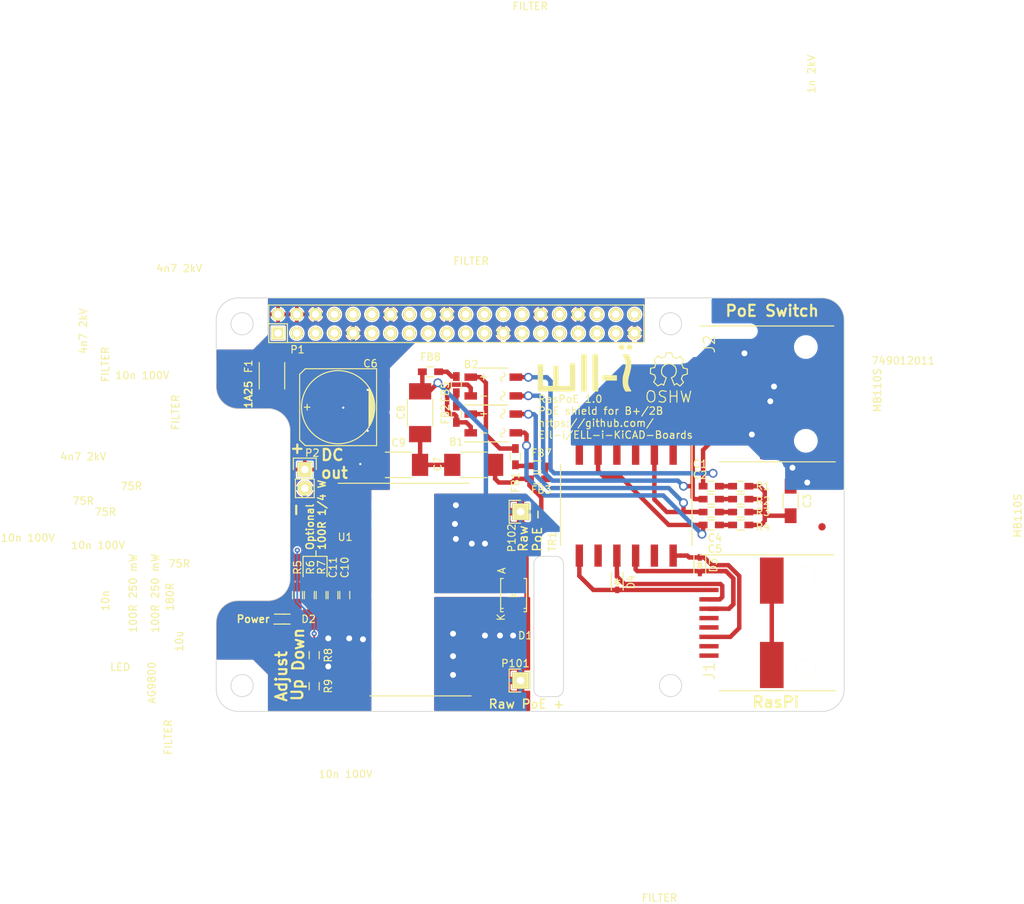
<source format=kicad_pcb>
(kicad_pcb (version 20221018) (generator pcbnew)
  (layers (0 "F.Cu" signal) (31 "B.Cu" signal) (34 "B.Paste" user) (35 "F.Paste" user) (36 "B.SilkS" user "B.Silkscreen") (37 "F.SilkS" user "F.Silkscreen") (38 "B.Mask" user) (39 "F.Mask" user) (44 "Edge.Cuts" user))
  (net 0 "")
  (net 1 "GNDD")
  (net 2 "/POE_A-")
  (net 3 "/VIN")
  (net 4 "/POE_A+")
  (net 5 "/POE_B-")
  (net 6 "Net-(C1-Pad2)")
  (net 7 "/POE_B+")
  (net 8 "Net-(C2-Pad2)")
  (net 9 "Net-(C3-Pad1)")
  (net 10 "GNDA")
  (net 11 "Net-(C4-Pad2)")
  (net 12 "Net-(C5-Pad2)")
  (net 13 "+5V")
  (net 14 "GND")
  (net 15 "Net-(J1-Pad4)")
  (net 16 "Net-(J1-Pad5)")
  (net 17 "Net-(J1-Pad7)")
  (net 18 "Net-(J1-Pad8)")
  (net 19 "Net-(P1-Pad3)")
  (net 20 "Net-(P1-Pad5)")
  (net 21 "Net-(P1-Pad7)")
  (net 22 "Net-(P1-Pad8)")
  (net 23 "Net-(P1-Pad10)")
  (net 24 "Net-(P1-Pad11)")
  (net 25 "Net-(P1-Pad12)")
  (net 26 "Net-(P1-Pad13)")
  (net 27 "Net-(P1-Pad15)")
  (net 28 "Net-(P1-Pad16)")
  (net 29 "Net-(P1-Pad18)")
  (net 30 "Net-(P1-Pad19)")
  (net 31 "Net-(P1-Pad21)")
  (net 32 "Net-(P1-Pad22)")
  (net 33 "Net-(P1-Pad23)")
  (net 34 "Net-(P1-Pad24)")
  (net 35 "Net-(P1-Pad26)")
  (net 36 "Net-(P1-Pad27)")
  (net 37 "Net-(P1-Pad28)")
  (net 38 "Net-(P1-Pad29)")
  (net 39 "Net-(P1-Pad31)")
  (net 40 "Net-(P1-Pad32)")
  (net 41 "Net-(P1-Pad33)")
  (net 42 "Net-(P1-Pad35)")
  (net 43 "Net-(P1-Pad36)")
  (net 44 "Net-(P1-Pad37)")
  (net 45 "Net-(P1-Pad38)")
  (net 46 "Net-(P1-Pad40)")
  (net 47 "Net-(C7-Pad2)")
  (net 48 "Net-(D2-Pad1)")
  (net 49 "Net-(FB1-Pad2)")
  (net 50 "Net-(FB2-Pad2)")
  (net 51 "Net-(FB3-Pad2)")
  (net 52 "Net-(FB5-Pad2)")
  (net 53 "Net-(TR1-Pad11)")
  (net 54 "/TD+")
  (net 55 "/TD-")
  (net 56 "/RD+")
  (net 57 "/RD-")
  (net 58 "Net-(J1-Pad9)")
  (net 59 "/TX+")
  (net 60 "/TX-")
  (net 61 "/RX+")
  (net 62 "/RX-")
  (net 63 "/AG_OUT_+")
  (net 64 "/AG_IN_+")
  (net 65 "/AG_IN_-")
  (net 66 "Net-(P1-Pad1)")
  (net 67 "Net-(P1-Pad17)")
  (net 68 "Net-(FID1-Pad1)")
  (net 69 "Net-(FID2-Pad1)")
  (net 70 "Net-(FID3-Pad1)")
  (net 71 "/AG_OUT+")
  (net 72 "/ADJ")
  (footprint "Capacitors_SMD:c_elec_10x10" (layer "F.Cu") (at 51.5 46.8 180)
    (fp_text reference "C6")
    (fp_text value "470u" hide)
  )
  (footprint "Pin_Headers:Pin_Header_Straight_2x20" (layer "F.Cu") (at 67.5 35.5)
    (fp_text reference "P1")
    (fp_text value "CONN_02X20" hide)
  )
  (footprint "Capacitors_SMD:C_1812_HandSoldering" (layer "F.Cu") (at 69.85 54.61 180)
    (fp_text reference "C7")
    (fp_text value "4n7 2kV")
  )
  (footprint "Capacitors_SMD:C_1812_HandSoldering" (layer "F.Cu") (at 62.6 47.55 -90)
    (fp_text reference "C8")
    (fp_text value "4n7 2kV")
  )
  (footprint "Capacitors_SMD:C_1812_HandSoldering" (layer "F.Cu") (at 59.69 54.61)
    (fp_text reference "C9")
    (fp_text value "4n7 2kV")
  )
  (footprint "Diodes_SMD:Diode-SMA_Handsoldering" (layer "F.Cu") (at 75.25 72.25 -90)
    (fp_text reference "D1")
    (fp_text value "SMA58" hide)
  )
  (footprint "Resistors_SMD:R_0603_HandSoldering" (layer "F.Cu") (at 44.5 75.5 180)
    (fp_text reference "D2")
    (fp_text value "LED")
  )
  (footprint "Resistors_SMD:R_0603_HandSoldering" (layer "F.Cu") (at 67.5 47.75 90)
    (fp_text reference "FB2")
    (fp_text value "FILTER")
  )
  (footprint "Resistors_SMD:R_0603_HandSoldering" (layer "F.Cu") (at 78.5 54.75)
    (fp_text reference "FB3")
    (fp_text value "FILTER")
  )
  (footprint "Resistors_SMD:R_0603_HandSoldering" (layer "F.Cu") (at 67.5 43.75 90)
    (fp_text reference "FB5")
    (fp_text value "FILTER")
  )
  (footprint "Resistors_SMD:R_0603_HandSoldering" (layer "F.Cu") (at 78.5 56.5 180)
    (fp_text reference "FB7")
    (fp_text value "FILTER")
  )
  (footprint "Resistors_SMD:R_0603_HandSoldering" (layer "F.Cu") (at 64 42 180)
    (fp_text reference "FB8")
    (fp_text value "FILTER")
  )
  (footprint "Resistors_SMD:R_0603_HandSoldering" (layer "F.Cu") (at 46 72.25 -90)
    (fp_text reference "R5")
    (fp_text value "180R")
  )
  (footprint "Resistors_SMD:R_0603_HandSoldering" (layer "F.Cu") (at 47.6 72.25 -90)
    (fp_text reference "R6")
    (fp_text value "100R 250 mW")
  )
  (footprint "Resistors_SMD:R_0603_HandSoldering" (layer "F.Cu") (at 49.2 72.25 -90)
    (fp_text reference "R7")
    (fp_text value "100R 250 mW")
  )
  (footprint "Resistors_SMD:R_0603_HandSoldering" (layer "F.Cu") (at 106 62.75)
    (fp_text reference "R4")
    (fp_text value "75R")
  )
  (footprint "Resistors_SMD:R_0603_HandSoldering" (layer "F.Cu") (at 106 61)
    (fp_text reference "R3")
    (fp_text value "75R")
  )
  (footprint "project_specific:TO-269AA" (layer "F.Cu") (at 72.5 49 -90)
    (fp_text reference "B1")
    (fp_text value "MB110S")
  )
  (footprint "project_specific:TO-269AA" (layer "F.Cu") (at 72.5 44 -90)
    (fp_text reference "B2")
    (fp_text value "MB110S")
  )
  (footprint "Resistors_SMD:R_0603_HandSoldering" (layer "F.Cu") (at 102 61)
    (fp_text reference "C4")
    (fp_text value "10n 100V")
  )
  (footprint "Resistors_SMD:R_0603_HandSoldering" (layer "F.Cu") (at 102 62.75)
    (fp_text reference "C5")
    (fp_text value "10n 100V")
  )
  (footprint "Resistors_SMD:R_0603_HandSoldering" (layer "F.Cu") (at 52.4 72.25 -90)
    (fp_text reference "C10")
    (fp_text value "10n")
  )
  (footprint "Resistors_SMD:R_0603_HandSoldering" (layer "F.Cu") (at 50.8 72.25 -90)
    (fp_text reference "C11")
    (fp_text value "10u")
  )
  (footprint "project_specific:AG9800" (layer "F.Cu") (at 62.5 71.5 -90)
    (fp_text reference "U1")
    (fp_text value "AG9800")
  )
  (footprint "Capacitors_SMD:C_1206_HandSoldering" (layer "F.Cu") (at 112.75 59.5 90)
    (fp_text reference "C3")
    (fp_text value "1n 2kV")
  )
  (footprint "Pin_Headers:Pin_Header_Straight_1x01" (layer "F.Cu") (at 76.2 83.82 90)
    (fp_text reference "P101")
    (fp_text value "CONN_01X01")
  )
  (footprint "Pin_Headers:Pin_Header_Straight_1x01" (layer "F.Cu") (at 76.2 60.96 90)
    (fp_text reference "P102")
    (fp_text value "CONN_01X01")
  )
  (footprint "logos:ELL-i_large" (layer "F.Cu") (at 85 41.5)
    (fp_text reference "LOGO102" hide)
    (fp_text value "ELL-i" hide)
  )
  (footprint "project_specific:Fiducial_2mm_dia" (layer "F.Cu") (at 38.5 78.5)
    (fp_text reference "FID1" hide)
    (fp_text value "1, 2 mm")
  )
  (footprint "project_specific:Fiducial_2mm_dia" (layer "F.Cu") (at 36.83 41.275)
    (fp_text reference "FID2" hide)
    (fp_text value "1, 2 mm")
  )
  (footprint "project_specific:Fiducial_2mm_dia" (layer "F.Cu") (at 117 63)
    (fp_text reference "FID3" hide)
    (fp_text value "1, 2 mm")
  )
  (footprint "project_specific:RJSSE-5380" (layer "F.Cu") (at 111 76 90)
    (fp_text reference "J1")
    (fp_text value "RJSSE-5080")
  )
  (footprint "project_specific:RJSSE-5380" (layer "F.Cu") (at 111 45 90)
    (fp_text reference "J2")
    (fp_text value "RJSSE-5380")
  )
  (footprint "Resistors_SMD:R_0603_HandSoldering" (layer "F.Cu") (at 106 57.5)
    (fp_text reference "R1")
    (fp_text value "75R")
  )
  (footprint "Resistors_SMD:R_0603_HandSoldering" (layer "F.Cu") (at 102 57.5)
    (fp_text reference "C1")
    (fp_text value "10n 100V")
  )
  (footprint "Resistors_SMD:R_0603_HandSoldering" (layer "F.Cu") (at 106 59.25)
    (fp_text reference "R2")
    (fp_text value "75R")
  )
  (footprint "Resistors_SMD:R_0603_HandSoldering" (layer "F.Cu") (at 102 59.25)
    (fp_text reference "C2")
    (fp_text value "10n 100V")
  )
  (footprint "Resistors_SMD:R_0603_HandSoldering" (layer "F.Cu") (at 75.5 53.5 -90)
    (fp_text reference "FB1")
    (fp_text value "FILTER")
  )
  (footprint "project_specific:WE_749012011" (layer "F.Cu") (at 90.5 60 -90)
    (fp_text reference "TR1")
    (fp_text value "749012011")
  )
  (footprint "Diodes_SMD:SOD-323" (layer "F.Cu") (at 100.457 68.199 -90)
    (fp_text reference "D3")
    (fp_text value "TVS")
  )
  (footprint "Diodes_SMD:SOD-323" (layer "F.Cu") (at 89.281 70.485 -90)
    (fp_text reference "D4")
    (fp_text value "TVS")
  )
  (footprint "Symbols:Symbol_OSHW-Logo_SilkScreen" (layer "F.Cu") (at 96.266 41.91)
    (fp_text reference "LOGO101" hide)
    (fp_text value "OPEN_HARDWARE_1")
  )
  (footprint "Resistors_SMD:R_0603_HandSoldering" (layer "F.Cu") (at 48.26 80.391 -90)
    (fp_text reference "R8")
    (fp_text value "R")
  )
  (footprint "Resistors_SMD:R_0603_HandSoldering" (layer "F.Cu") (at 48.26 84.582 -90)
    (fp_text reference "R9")
    (fp_text value "R")
  )
  (footprint "Capacitors_SMD:C_1812_HandSoldering" (layer "F.Cu") (at 42.545 42.545 90)
    (fp_text reference "F1")
    (fp_text value "FUSE")
  )
  (footprint "Pin_Headers:Pin_Header_Straight_1x02" (layer "F.Cu") (at 46.99 55.245)
    (fp_text reference "P2")
    (fp_text value "CONN_01X02")
  )
  (gr_line (start 44.2 74.825) (end 42.875 74.825) (stroke (width 0.15)) (layer "F.SilkS"))
  (gr_line (start 46.75 69.75) (end 46.75 67) (stroke (width 0.15)) (layer "F.SilkS"))
  (gr_line (start 50 67) (end 46.75 67) (stroke (width 0.15)) (layer "F.SilkS"))
  (gr_line (start 44.5 76.175) (end 42.8 76.175) (stroke (width 0.15)) (layer "F.SilkS"))
  (gr_line (start 48.5 67) (end 48.5 66.25) (stroke (width 0.15)) (layer "F.SilkS"))
  (gr_line (start 50 69.75) (end 50 67) (stroke (width 0.15)) (layer "F.SilkS"))
  (gr_arc (start 81 67) (mid 81.707107 67.292893) (end 82 68) (stroke (width 0.1)) (layer "Edge.Cuts"))
  (gr_arc (start 42 47) (mid 44.12132 47.87868) (end 45 50) (stroke (width 0.1)) (layer "Edge.Cuts"))
  (gr_arc (start 35 76) (mid 35.87868 73.87868) (end 38 73) (stroke (width 0.1)) (layer "Edge.Cuts"))
  (gr_line (start 88 88) (end 72 88) (stroke (width 0.1)) (layer "Edge.Cuts"))
  (gr_line (start 80 86) (end 81 86) (stroke (width 0.1)) (layer "Edge.Cuts"))
  (gr_line (start 81 67) (end 79 67) (stroke (width 0.1)) (layer "Edge.Cuts"))
  (gr_arc (start 82 85) (mid 81.707107 85.707107) (end 81 86) (stroke (width 0.1)) (layer "Edge.Cuts"))
  (gr_arc (start 79 86) (mid 78.292893 85.707107) (end 78 85) (stroke (width 0.1)) (layer "Edge.Cuts"))
  (gr_arc (start 38 47) (mid 35.87868 46.12132) (end 35 44) (stroke (width 0.1)) (layer "Edge.Cuts"))
  (gr_line (start 35 85) (end 35 76) (stroke (width 0.1)) (layer "Edge.Cuts"))
  (gr_arc (start 35 35) (mid 35.87868 32.87868) (end 38 32) (stroke (width 0.1)) (layer "Edge.Cuts"))
  (gr_arc (start 117 32) (mid 119.12132 32.87868) (end 120 35) (stroke (width 0.1)) (layer "Edge.Cuts"))
  (gr_line (start 35 44) (end 35 35) (stroke (width 0.1)) (layer "Edge.Cuts"))
  (gr_line (start 78 85) (end 78 68) (stroke (width 0.1)) (layer "Edge.Cuts"))
  (gr_line (start 117 88) (end 88 88) (stroke (width 0.1)) (layer "Edge.Cuts"))
  (gr_line (start 82 85) (end 82 68) (stroke (width 0.1)) (layer "Edge.Cuts"))
  (gr_line (start 38 32) (end 117 32) (stroke (width 0.1)) (layer "Edge.Cuts"))
  (gr_line (start 120 35) (end 120 85) (stroke (width 0.1)) (layer "Edge.Cuts"))
  (gr_circle (center 96.5 84.5) (end 98 84.5) (stroke (width 0.1)) (fill none) (layer "Edge.Cuts"))
  (gr_arc (start 38 88) (mid 35.87868 87.12132) (end 35 85) (stroke (width 0.1)) (layer "Edge.Cuts"))
  (gr_line (start 38 47) (end 42 47) (stroke (width 0.1)) (layer "Edge.Cuts"))
  (gr_circle (center 96.5 35.5) (end 96.5 34) (stroke (width 0.1)) (fill none) (layer "Edge.Cuts"))
  (gr_circle (center 38.5 35.5) (end 38.5 34) (stroke (width 0.1)) (fill none) (layer "Edge.Cuts"))
  (gr_line (start 80 86) (end 79 86) (stroke (width 0.1)) (layer "Edge.Cuts"))
  (gr_arc (start 45 70) (mid 44.12132 72.12132) (end 42 73) (stroke (width 0.1)) (layer "Edge.Cuts"))
  (gr_line (start 38 73) (end 42 73) (stroke (width 0.1)) (layer "Edge.Cuts"))
  (gr_arc (start 120 85) (mid 119.12132 87.12132) (end 117 88) (stroke (width 0.1)) (layer "Edge.Cuts"))
  (gr_arc (start 78 68) (mid 78.292893 67.292893) (end 79 67) (stroke (width 0.1)) (layer "Edge.Cuts"))
  (gr_line (start 45 70) (end 45 50) (stroke (width 0.1)) (layer "Edge.Cuts"))
  (gr_circle (center 38.5 84.5) (end 37 84.5) (stroke (width 0.1)) (fill none) (layer "Edge.Cuts"))
  (gr_line (start 38 88) (end 72 88) (stroke (width 0.1)) (layer "Edge.Cuts"))
  (gr_text "PoE Switch\n" (at 110.25 33.75) (layer "F.SilkS") (effects (font (size 1.5 1.5) (thickness 0.3))))
  (gr_text "Up" (at 45.974 85.09 90) (layer "F.SilkS") (effects (font (size 1.5 1.5) (thickness 0.3))))
  (gr_text "Raw PoE +" (at 77 87) (layer "F.SilkS") (effects (font (size 1.2 1.2) (thickness 0.2))))
  (gr_text "RasPoE 1.0 \nPoE shield for B+/2B\n" (at 78.5 46.5) (layer "F.SilkS") (effects (font (size 1 1)) (justify left)))
  (gr_text "Power" (at 40 75.5) (layer "F.SilkS") (effects (font (size 1 1) (thickness 0.2))))
  (gr_text "https://github.com/\nEll-i/ELL-i-KiCAD-Boards" (at 78.5 49.75) (layer "F.SilkS") (effects (font (size 1 1)) (justify left)))
  (gr_text "1A25" (at 39.37 45.085 90) (layer "F.SilkS") (effects (font (size 1 1) (thickness 0.2))))
  (gr_text "Optional\n100R 1/4 W" (at 48.5 66.25 90) (layer "F.SilkS") (effects (font (size 1 1) (thickness 0.2)) (justify left)))
  (gr_text "DC \nout" (at 49.022 54.483) (layer "F.SilkS") (effects (font (size 1.5 1.5) (thickness 0.3)) (justify left)))
  (gr_text "Adjust " (at 43.815 82.677 90) (layer "F.SilkS") (effects (font (size 1.5 1.5) (thickness 0.3))))
  (gr_text "Raw \nPoE -" (at 77.5 66.5 90) (layer "F.SilkS") (effects (font (size 1.2 1.2) (thickness 0.2)) (justify left)))
  (gr_text "-" (at 45.72 60.706 90) (layer "F.SilkS") (effects (font (size 1.5 1.5) (thickness 0.3)) (justify mirror)))
  (gr_text "Down" (at 46.101 79.629 90) (layer "F.SilkS") (effects (font (size 1.5 1.5) (thickness 0.3))))
  (gr_text "+" (at 45.974 52.324) (layer "F.SilkS") (effects (font (size 1.5 1.5) (thickness 0.3)) (justify mirror)))
  (gr_text "RasPi" (at 110.75 86.75) (layer "F.SilkS") (effects (font (size 1.5 1.5) (thickness 0.3))))
  (segment (start 69.45 44.2) (end 69 43.75) (width 0.6) (layer "F.Cu") (net 1))
  (segment (start 69 43.75) (end 66.75 43.75) (width 0.6) (layer "F.Cu") (net 1))
  (segment (start 66.75 43.75) (end 66.25 44.25) (width 0.6) (layer "F.Cu") (net 1))
  (segment (start 66.25 44.25) (end 66.25 47.25) (width 0.6) (layer "F.Cu") (net 1))
  (segment (start 66.25 47.25) (end 66.75 47.75) (width 0.6) (layer "F.Cu") (net 1))
  (segment (start 66.75 47.75) (end 67.25 47.75) (width 0.6) (layer "F.Cu") (net 1))
  (segment (start 67.25 47.75) (end 67.5 48) (width 0.6) (layer "F.Cu") (net 1))
  (segment (start 67.5 48) (end 67.5 48.85) (width 0.6) (layer "F.Cu") (net 1))
  (segment (start 69.45 49.45) (end 68.85 48.85) (width 0.6) (layer "F.Cu") (net 1))
  (segment (start 68.85 48.85) (end 67.5 48.85) (width 0.6) (layer "F.Cu") (net 1))
  (segment (start 69.45 50.27) (end 69.45 49.45) (width 0.6) (layer "F.Cu") (net 1))
  (segment (start 69.45 45.27) (end 69.45 44.2) (width 0.6) (layer "F.Cu") (net 1))
  (segment (start 75.57 47.75) (end 75.55 47.73) (width 0.6) (layer "F.Cu") (net 2))
  (segment (start 96 61) (end 94.31 59.31) (width 0.6) (layer "F.Cu") (net 2))
  (segment (start 94.31 59.31) (end 94.31 53.1) (width 0.6) (layer "F.Cu") (net 2))
  (segment (start 98.25 61) (end 96 61) (width 0.6) (layer "F.Cu") (net 2))
  (segment (start 77.25 47.75) (end 77.23 47.73) (width 0.6) (layer "F.Cu") (net 2))
  (segment (start 77.23 47.73) (end 75.55 47.73) (width 0.6) (layer "F.Cu") (net 2))
  (segment (start 100.9 61) (end 98.25 61) (width 0.6) (layer "F.Cu") (net 2))
  (segment (start 98.25 61) (end 98.25 59.75) (width 0.6) (layer "F.Cu") (net 2))
  (via (at 98.25 59.75) (size 1.2) (drill 0.8) (layers "F.Cu" "B.Cu") (net 2))
  (via (at 77.25 47.75) (size 1.2) (drill 0.8) (layers "F.Cu" "B.Cu") (net 2))
  (segment (start 98.25 59.75) (end 96.25 57.75) (width 0.6) (layer "B.Cu") (net 2))
  (segment (start 96.25 57.75) (end 80 57.75) (width 0.6) (layer "B.Cu") (net 2))
  (segment (start 80 57.75) (end 78.25 56) (width 0.6) (layer "B.Cu") (net 2))
  (segment (start 78.25 56) (end 78.25 48) (width 0.6) (layer "B.Cu") (net 2))
  (segment (start 78.25 48) (end 78 47.75) (width 0.6) (layer "B.Cu") (net 2))
  (segment (start 78 47.75) (end 77.25 47.75) (width 0.6) (layer "B.Cu") (net 2))
  (segment (start 70.73 42.73) (end 71.5 43.5) (width 0.6) (layer "F.Cu") (net 3))
  (segment (start 71.5 43.5) (end 71.5 47.75) (width 0.6) (layer "F.Cu") (net 3))
  (segment (start 71.5 50.5) (end 73.4 52.4) (width 0.6) (layer "F.Cu") (net 3))
  (segment (start 73.4 52.4) (end 75.5 52.4) (width 0.6) (layer "F.Cu") (net 3))
  (segment (start 71.5 47.73) (end 71.5 47.75) (width 0.6) (layer "F.Cu") (net 3))
  (segment (start 71.5 47.75) (end 71.5 50.5) (width 0.6) (layer "F.Cu") (net 3))
  (segment (start 69.45 47.73) (end 71.5 47.73) (width 0.6) (layer "F.Cu") (net 3))
  (segment (start 69.45 42.73) (end 70.73 42.73) (width 0.6) (layer "F.Cu") (net 3))
  (segment (start 96.25 62.75) (end 89.75 56.25) (width 0.6) (layer "F.Cu") (net 4))
  (segment (start 89.75 56.25) (end 87.5 56.25) (width 0.6) (layer "F.Cu") (net 4))
  (segment (start 87.5 56.25) (end 86.69 55.44) (width 0.6) (layer "F.Cu") (net 4))
  (segment (start 86.69 55.44) (end 86.69 53.1) (width 0.6) (layer "F.Cu") (net 4))
  (segment (start 100.9 63.85) (end 100.75 64) (width 0.6) (layer "F.Cu") (net 4))
  (segment (start 77 52) (end 77 50.75) (width 0.6) (layer "F.Cu") (net 4))
  (segment (start 77 50.75) (end 77 50.5) (width 0.6) (layer "F.Cu") (net 4))
  (segment (start 77 50.5) (end 76.75 50.25) (width 0.6) (layer "F.Cu") (net 4))
  (segment (start 76.75 50.25) (end 75.57 50.25) (width 0.6) (layer "F.Cu") (net 4))
  (segment (start 75.57 50.25) (end 75.55 50.27) (width 0.6) (layer "F.Cu") (net 4))
  (segment (start 100.9 62.75) (end 100.9 63.85) (width 0.6) (layer "F.Cu") (net 4))
  (segment (start 100.9 62.75) (end 96.25 62.75) (width 0.6) (layer "F.Cu") (net 4))
  (via (at 77 52) (size 1.2) (drill 0.8) (layers "F.Cu" "B.Cu") (net 4))
  (via (at 100.75 64) (size 1.2) (drill 0.8) (layers "F.Cu" "B.Cu") (net 4))
  (segment (start 100.75 64) (end 95.5 58.75) (width 0.6) (layer "B.Cu") (net 4))
  (segment (start 95.5 58.75) (end 79.5 58.75) (width 0.6) (layer "B.Cu") (net 4))
  (segment (start 79.5 58.75) (end 77.25 56.5) (width 0.6) (layer "B.Cu") (net 4))
  (segment (start 77 56.25) (end 77 52) (width 0.6) (layer "B.Cu") (net 4))
  (segment (start 77.25 56.5) (end 77 56.25) (width 0.6) (layer "B.Cu") (net 4))
  (segment (start 103.75 44.73) (end 103.75 45.5) (width 0.6) (layer "F.Cu") (net 5))
  (segment (start 103.75 50.25) (end 102.75 51.25) (width 0.6) (layer "F.Cu") (net 5))
  (segment (start 102.75 51.25) (end 102.25 51.25) (width 0.6) (layer "F.Cu") (net 5))
  (segment (start 102.25 51.25) (end 100.9 52.6) (width 0.6) (layer "F.Cu") (net 5))
  (segment (start 100.9 52.6) (end 100.9 55.75) (width 0.6) (layer "F.Cu") (net 5))
  (segment (start 103.385 44.365) (end 103.75 44.73) (width 0.6) (layer "F.Cu") (net 5))
  (segment (start 103.75 45.63) (end 103.75 45.5) (width 0.6) (layer "F.Cu") (net 5))
  (segment (start 103.75 45.5) (end 103.75 50.25) (width 0.6) (layer "F.Cu") (net 5))
  (segment (start 100.9 55.75) (end 100.9 57.5) (width 0.6) (layer "F.Cu") (net 5))
  (segment (start 77.25 42.75) (end 77.23 42.73) (width 0.6) (layer "F.Cu") (net 5))
  (segment (start 77.23 42.73) (end 75.55 42.73) (width 0.6) (layer "F.Cu") (net 5))
  (segment (start 101.7 45.63) (end 103.75 45.63) (width 0.6) (layer "F.Cu") (net 5))
  (segment (start 101.7 44.365) (end 103.385 44.365) (width 0.6) (layer "F.Cu") (net 5))
  (segment (start 100.9 55.75) (end 102.25 55.75) (width 0.6) (layer "F.Cu") (net 5))
  (via (at 77.25 42.75) (size 1.2) (drill 0.8) (layers "F.Cu" "B.Cu") (net 5))
  (via (at 102.25 55.75) (size 1.2) (drill 0.8) (layers "F.Cu" "B.Cu") (net 5))
  (segment (start 102.25 55.75) (end 80.75 55.75) (width 0.6) (layer "B.Cu") (net 5))
  (segment (start 80.75 55.75) (end 80.25 55.25) (width 0.6) (layer "B.Cu") (net 5))
  (segment (start 80.25 55.25) (end 80.25 43.25) (width 0.6) (layer "B.Cu") (net 5))
  (segment (start 80.25 43.25) (end 79.75 42.75) (width 0.6) (layer "B.Cu") (net 5))
  (segment (start 79.75 42.75) (end 79.5 42.75) (width 0.6) (layer "B.Cu") (net 5))
  (segment (start 79.5 42.75) (end 77.25 42.75) (width 0.6) (layer "B.Cu") (net 5))
  (segment (start 103.1 57.5) (end 104.9 57.5) (width 0.6) (layer "F.Cu") (net 6))
  (segment (start 99.825 48.175) (end 99.5 48.5) (width 0.6) (layer "F.Cu") (net 7))
  (segment (start 99.5 48.5) (end 99.5 49.5) (width 0.6) (layer "F.Cu") (net 7))
  (segment (start 99.5 59) (end 99.75 59.25) (width 0.6) (layer "F.Cu") (net 7))
  (segment (start 99.75 59.25) (end 100.9 59.25) (width 0.6) (layer "F.Cu") (net 7))
  (segment (start 99.5 49.445) (end 99.5 49.5) (width 0.6) (layer "F.Cu") (net 7))
  (segment (start 99.5 49.5) (end 99.5 57.5) (width 0.6) (layer "F.Cu") (net 7))
  (segment (start 99.5 57.5) (end 99.5 59) (width 0.6) (layer "F.Cu") (net 7))
  (segment (start 77.25 45.25) (end 77.23 45.27) (width 0.6) (layer "F.Cu") (net 7))
  (segment (start 77.23 45.27) (end 75.55 45.27) (width 0.6) (layer "F.Cu") (net 7))
  (segment (start 101.7 48.175) (end 99.825 48.175) (width 0.6) (layer "F.Cu") (net 7))
  (segment (start 99.5 57.5) (end 98.25 57.5) (width 0.6) (layer "F.Cu") (net 7))
  (segment (start 101.7 49.445) (end 99.5 49.445) (width 0.6) (layer "F.Cu") (net 7))
  (via (at 77.25 45.25) (size 1.2) (drill 0.8) (layers "F.Cu" "B.Cu") (net 7))
  (via (at 98.25 57.5) (size 1.2) (drill 0.8) (layers "F.Cu" "B.Cu") (net 7))
  (segment (start 98.25 57.5) (end 97.5 56.75) (width 0.6) (layer "B.Cu") (net 7))
  (segment (start 97.5 56.75) (end 80.5 56.75) (width 0.6) (layer "B.Cu") (net 7))
  (segment (start 80.5 56.75) (end 79.25 55.5) (width 0.6) (layer "B.Cu") (net 7))
  (segment (start 79.25 55.5) (end 79.25 45.75) (width 0.6) (layer "B.Cu") (net 7))
  (segment (start 79.25 45.75) (end 78.75 45.25) (width 0.6) (layer "B.Cu") (net 7))
  (segment (start 78.75 45.25) (end 77.25 45.25) (width 0.6) (layer "B.Cu") (net 7))
  (segment (start 103.1 59.25) (end 104.9 59.25) (width 0.6) (layer "F.Cu") (net 8))
  (segment (start 108.5 57.5) (end 109.25 58.25) (width 0.6) (layer "F.Cu") (net 9))
  (segment (start 109.25 58.25) (end 109.25 59.25) (width 0.6) (layer "F.Cu") (net 9))
  (segment (start 109.25 62.25) (end 108.75 62.75) (width 0.6) (layer "F.Cu") (net 9))
  (segment (start 108.75 62.75) (end 107.1 62.75) (width 0.6) (layer "F.Cu") (net 9))
  (segment (start 109.25 59.25) (end 109.25 61) (width 0.6) (layer "F.Cu") (net 9))
  (segment (start 109.25 61) (end 109.25 61.5) (width 0.6) (layer "F.Cu") (net 9))
  (segment (start 109.25 61.5) (end 109.25 62.25) (width 0.6) (layer "F.Cu") (net 9))
  (segment (start 107.1 61) (end 109.25 61) (width 0.6) (layer "F.Cu") (net 9))
  (segment (start 112.75 61.5) (end 109.25 61.5) (width 0.6) (layer "F.Cu") (net 9))
  (segment (start 107.1 57.5) (end 108.5 57.5) (width 0.6) (layer "F.Cu") (net 9))
  (segment (start 107.1 59.25) (end 109.25 59.25) (width 0.6) (layer "F.Cu") (net 9))
  (segment (start 114.5 57.5) (end 115 57) (width 0.6) (layer "F.Cu") (net 10))
  (segment (start 112.75 55.75) (end 113 55.5) (width 0.6) (layer "F.Cu") (net 10))
  (segment (start 113 55.5) (end 113 55) (width 0.6) (layer "F.Cu") (net 10))
  (segment (start 107.715 50.715) (end 107.5 50.5) (width 0.6) (layer "F.Cu") (net 10))
  (segment (start 110.2 46.2) (end 110 46) (width 0.6) (layer "F.Cu") (net 10))
  (segment (start 106.715 39.285) (end 106.5 39.5) (width 0.6) (layer "F.Cu") (net 10))
  (segment (start 110.2 43.7) (end 110.5 44) (width 0.6) (layer "F.Cu") (net 10))
  (segment (start 110.2 39.285) (end 110.2 43.7) (width 0.6) (layer "F.Cu") (net 10))
  (segment (start 110.2 50.715) (end 110.2 46.2) (width 0.6) (layer "F.Cu") (net 10))
  (segment (start 110.2 50.715) (end 107.715 50.715) (width 0.6) (layer "F.Cu") (net 10))
  (segment (start 112.75 57.5) (end 112.75 55.75) (width 0.6) (layer "F.Cu") (net 10))
  (segment (start 112.75 57.5) (end 114.5 57.5) (width 0.6) (layer "F.Cu") (net 10))
  (segment (start 110.2 39.285) (end 106.715 39.285) (width 0.6) (layer "F.Cu") (net 10))
  (via (at 107.5 50.5) (size 1.2) (drill 0.8) (layers "F.Cu" "B.Cu") (net 10))
  (via (at 113 55) (size 1.2) (drill 0.8) (layers "F.Cu" "B.Cu") (net 10))
  (via (at 115 57) (size 1.2) (drill 0.8) (layers "F.Cu" "B.Cu") (net 10))
  (via (at 110 46) (size 1.2) (drill 0.8) (layers "F.Cu" "B.Cu") (net 10))
  (via (at 106.5 39.5) (size 1.2) (drill 0.8) (layers "F.Cu" "B.Cu") (net 10))
  (via (at 110.5 44) (size 1.2) (drill 0.8) (layers "F.Cu" "B.Cu") (net 10))
  (segment (start 103.1 61) (end 104.9 61) (width 0.6) (layer "F.Cu") (net 11))
  (segment (start 103.1 62.75) (end 104.9 62.75) (width 0.6) (layer "F.Cu") (net 12))
  (segment (start 54.61 54.61) (end 54.5 54.5) (width 0.6) (layer "F.Cu") (net 14))
  (segment (start 55.5005 49.9995) (end 55.5 50) (width 0.6) (layer "F.Cu") (net 14))
  (segment (start 53.23 78.341) (end 53.23 78.341) (width 0.6) (layer "F.Cu") (net 14))
  (segment (start 53.23 79.77) (end 54 79) (width 0.15) (layer "F.Cu") (net 14))
  (segment (start 54 79) (end 54.991 78.232) (width 0.15) (layer "F.Cu") (net 14))
  (segment (start 53.23 78.341) (end 53 78.111) (width 0.6) (layer "F.Cu") (net 14))
  (segment (start 52.941 78.341) (end 52.705 78.105) (width 0.254) (layer "F.Cu") (net 14))
  (segment (start 55.5005 44.4515) (end 55.499 44.45) (width 0.254) (layer "F.Cu") (net 14))
  (segment (start 52.26 46.8) (end 52.197 46.863) (width 0.254) (layer "F.Cu") (net 14))
  (segment (start 53.5 78.611) (end 53 78.111) (width 0.254) (layer "F.Cu") (net 14))
  (segment (start 53.5 79.596) (end 54.864 78.232) (width 0.254) (layer "F.Cu") (net 14))
  (segment (start 50.672 80.39) (end 50.165 79.883) (width 0.254) (layer "F.Cu") (net 14))
  (segment (start 50.165 79.883) (end 50.165 78.105) (width 0.254) (layer "F.Cu") (net 14))
  (segment (start 50.293 80.39) (end 50.165 80.518) (width 0.254) (layer "F.Cu") (net 14))
  (segment (start 50.165 80.518) (end 50.165 81.915) (width 0.254) (layer "F.Cu") (net 14))
  (segment (start 53.23 81.28) (end 53.23 78.341) (width 1) (layer "F.Cu") (net 14))
  (segment (start 53.5 80.39) (end 53.5 79.596) (width 0.254) (layer "F.Cu") (net 14))
  (segment (start 55.5005 46.8) (end 55.5005 44.4515) (width 0.254) (layer "F.Cu") (net 14))
  (segment (start 56.79 54.61) (end 54.61 54.61) (width 0.6) (layer "F.Cu") (net 14))
  (segment (start 55.5005 46.8) (end 55.5005 49.9995) (width 0.6) (layer "F.Cu") (net 14))
  (segment (start 53.5 80.39) (end 50.672 80.39) (width 0.254) (layer "F.Cu") (net 14))
  (segment (start 53.23 81.28) (end 53.23 79.77) (width 0.15) (layer "F.Cu") (net 14))
  (segment (start 53.5 80.39) (end 53.5 78.611) (width 0.254) (layer "F.Cu") (net 14))
  (segment (start 55.5005 46.8) (end 52.26 46.8) (width 0.254) (layer "F.Cu") (net 14))
  (segment (start 53.5 80.39) (end 50.293 80.39) (width 0.254) (layer "F.Cu") (net 14))
  (segment (start 53.23 78.341) (end 52.941 78.341) (width 0.254) (layer "F.Cu") (net 14))
  (via (at 55.5 50) (size 0.7) (drill 0.3) (layers "F.Cu" "B.Cu") (net 14))
  (via (at 50.165 81.915) (size 1.2) (drill 0.8) (layers "F.Cu" "B.Cu") (net 14))
  (via (at 52.197 46.863) (size 0.7) (drill 0.3) (layers "F.Cu" "B.Cu") (net 14))
  (via (at 55.499 44.45) (size 0.7) (drill 0.3) (layers "F.Cu" "B.Cu") (net 14))
  (via (at 54.5 54.5) (size 0.7) (drill 0.3) (layers "F.Cu" "B.Cu") (net 14))
  (via (at 50.165 78.105) (size 1.2) (drill 0.8) (layers "F.Cu" "B.Cu") (net 14))
  (via (at 54.864 78.232) (size 1.2) (drill 0.8) (layers "F.Cu" "B.Cu") (net 14))
  (via (at 53 78.111) (size 1.2) (drill 0.8) (layers "F.Cu" "B.Cu") (net 14))
  (segment (start 53 78.111) (end 53.006 78.105) (width 0.254) (layer "B.Cu") (net 14))
  (segment (start 53.006 78.105) (end 53.086 78.105) (width 0.254) (layer "B.Cu") (net 14))
  (segment (start 62.6 54.6) (end 62.59 54.61) (width 0.6) (layer "F.Cu") (net 47))
  (segment (start 62.59 54.61) (end 66.95 54.61) (width 0.6) (layer "F.Cu") (net 47))
  (segment (start 62.6 50.45) (end 62.6 54.6) (width 0.6) (layer "F.Cu") (net 47))
  (segment (start 46.25 74.35) (end 46.2 74.4) (width 0.6) (layer "F.Cu") (net 48))
  (segment (start 46.2 74.4) (end 45.8 74.4) (width 0.6) (layer "F.Cu") (net 48))
  (segment (start 45.8 74.4) (end 45.65 74.55) (width 0.6) (layer "F.Cu") (net 48))
  (segment (start 45.65 74.55) (end 45.65 75.3) (width 0.6) (layer "F.Cu") (net 48))
  (segment (start 46.25 73.35) (end 46.25 74.35) (width 0.6) (layer "F.Cu") (net 48))
  (segment (start 75.65 54.75) (end 75.5 54.6) (width 0.6) (layer "F.Cu") (net 49))
  (segment (start 77.4 54.75) (end 75.65 54.75) (width 0.6) (layer "F.Cu") (net 49))
  (segment (start 67.5 46.65) (end 67.5 44.85) (width 0.6) (layer "F.Cu") (net 50))
  (segment (start 79.6 54.75) (end 79.6 56.5) (width 0.6) (layer "F.Cu") (net 51))
  (segment (start 66.9 42.65) (end 66.25 42) (width 0.6) (layer "F.Cu") (net 52))
  (segment (start 66.25 42) (end 65.1 42) (width 0.6) (layer "F.Cu") (net 52))
  (segment (start 67.5 42.65) (end 66.9 42.65) (width 0.6) (layer "F.Cu") (net 52))
  (segment (start 86.05 71.55) (end 84.15 69.65) (width 0.6) (layer "F.Cu") (net 54))
  (segment (start 88.734 71.54) (end 88.724 71.55) (width 0.6) (layer "F.Cu") (net 54))
  (segment (start 88.724 71.55) (end 86.05 71.55) (width 0.6) (layer "F.Cu") (net 54))
  (segment (start 101.7 71.55) (end 88.724 71.55) (width 0.6) (layer "F.Cu") (net 54))
  (segment (start 84.15 66.9) (end 84.15 69.65) (width 0.6) (layer "F.Cu") (net 54))
  (segment (start 89.281 71.54) (end 88.734 71.54) (width 0.6) (layer "F.Cu") (net 54))
  (segment (start 103.175 72.825) (end 103.5 72.5) (width 0.6) (layer "F.Cu") (net 55))
  (segment (start 103.5 72.5) (end 103.5 71) (width 0.6) (layer "F.Cu") (net 55))
  (segment (start 103.5 71) (end 103.250998 70.750998) (width 0.6) (layer "F.Cu") (net 55))
  (segment (start 103.250998 70.750998) (end 90.250998 70.750998) (width 0.6) (layer "F.Cu") (net 55))
  (segment (start 90.250998 70.750998) (end 89.23 69.73) (width 0.6) (layer "F.Cu") (net 55))
  (segment (start 89.23 69.73) (end 89.23 66.9) (width 0.6) (layer "F.Cu") (net 55))
  (segment (start 101.7 72.825) (end 103.175 72.825) (width 0.6) (layer "F.Cu") (net 55))
  (segment (start 91.77 68.77) (end 92 69) (width 0.6) (layer "F.Cu") (net 56))
  (segment (start 92 69) (end 104 69) (width 0.6) (layer "F.Cu") (net 56))
  (segment (start 104 69) (end 105 70) (width 0.6) (layer "F.Cu") (net 56))
  (segment (start 105 70) (end 105 73.5) (width 0.6) (layer "F.Cu") (net 56))
  (segment (start 105 73.5) (end 104.405 74.095) (width 0.6) (layer "F.Cu") (net 56))
  (segment (start 100.457 69.215) (end 100.672 69) (width 0.6) (layer "F.Cu") (net 56))
  (segment (start 100.672 69) (end 100.457 69.254) (width 0.6) (layer "F.Cu") (net 56))
  (segment (start 104.405 74.095) (end 105 73.5) (width 0.6) (layer "F.Cu") (net 56))
  (segment (start 105 73.5) (end 105 70) (width 0.6) (layer "F.Cu") (net 56))
  (segment (start 105 70) (end 104 69) (width 0.6) (layer "F.Cu") (net 56))
  (segment (start 104 69) (end 100.711 69) (width 0.6) (layer "F.Cu") (net 56))
  (segment (start 100.711 69) (end 100.457 69.254) (width 0.6) (layer "F.Cu") (net 56))
  (segment (start 101.7 74.095) (end 104.405 74.095) (width 0.6) (layer "F.Cu") (net 56))
  (segment (start 91.77 66.9) (end 91.77 67.77) (width 0.6) (layer "F.Cu") (net 56))
  (segment (start 100.457 69.254) (end 100.457 69.215) (width 0.6) (layer "F.Cu") (net 56))
  (segment (start 91.77 66.9) (end 91.77 68.77) (width 0.6) (layer "F.Cu") (net 56))
  (segment (start 104.330958 68.200998) (end 105.799002 69.669042) (width 0.6) (layer "F.Cu") (net 57))
  (segment (start 105.799002 69.669042) (end 105.799002 76.700998) (width 0.6) (layer "F.Cu") (net 57))
  (segment (start 105.799002 76.700998) (end 104.595 77.905) (width 0.6) (layer "F.Cu") (net 57))
  (segment (start 104.595 77.905) (end 101.7 77.905) (width 0.6) (layer "F.Cu") (net 57))
  (segment (start 98.777 66.9) (end 99.021 67.144) (width 0.6) (layer "F.Cu") (net 57))
  (segment (start 99.021 67.144) (end 100.457 67.144) (width 0.6) (layer "F.Cu") (net 57))
  (segment (start 101.053 67.144) (end 102.109998 68.200998) (width 0.6) (layer "F.Cu") (net 57))
  (segment (start 102.109998 68.200998) (end 104.330958 68.200998) (width 0.6) (layer "F.Cu") (net 57))
  (segment (start 100.457 67.144) (end 101.053 67.144) (width 0.6) (layer "F.Cu") (net 57))
  (segment (start 97.9 66.9) (end 98.777 66.9) (width 0.6) (layer "F.Cu") (net 57))
  (segment (start 96.85 66.9) (end 97.9 66.9) (width 0.6) (layer "F.Cu") (net 57))
  (segment (start 110.2 70.285) (end 110.2 81.715) (width 0.6) (layer "F.Cu") (net 58))
  (segment (start 99.45 40.55) (end 98.5 41.5) (width 0.6) (layer "F.Cu") (net 59))
  (segment (start 98.5 41.5) (end 91 41.5) (width 0.6) (layer "F.Cu") (net 59))
  (segment (start 91 41.5) (end 89.75 42.75) (width 0.6) (layer "F.Cu") (net 59))
  (segment (start 88.75 43.75) (end 88.75 49.75) (width 0.6) (layer "F.Cu") (net 59))
  (segment (start 88.75 49.75) (end 88 50.5) (width 0.6) (layer "F.Cu") (net 59))
  (segment (start 88 50.5) (end 85 50.5) (width 0.6) (layer "F.Cu") (net 59))
  (segment (start 85 50.5) (end 84.15 51.35) (width 0.6) (layer "F.Cu") (net 59))
  (segment (start 84.15 51.35) (end 84.15 53.1) (width 0.6) (layer "F.Cu") (net 59))
  (segment (start 89.75 42.75) (end 88.75 43.75) (width 0.6) (layer "F.Cu") (net 59))
  (segment (start 101.7 40.55) (end 99.45 40.55) (width 0.6) (layer "F.Cu") (net 59))
  (segment (start 89.23 50.52) (end 89.549002 50.200998) (width 0.6) (layer "F.Cu") (net 60))
  (segment (start 89.549002 50.200998) (end 89.549002 44.080958) (width 0.6) (layer "F.Cu") (net 60))
  (segment (start 89.549002 44.080958) (end 91.330958 42.299002) (width 0.6) (layer "F.Cu") (net 60))
  (segment (start 91.330958 42.299002) (end 98.830958 42.299002) (width 0.6) (layer "F.Cu") (net 60))
  (segment (start 98.830958 42.299002) (end 99.30496 41.825) (width 0.6) (layer "F.Cu") (net 60))
  (segment (start 99.30496 41.825) (end 101.7 41.825) (width 0.6) (layer "F.Cu") (net 60))
  (segment (start 89.23 53.1) (end 89.23 50.52) (width 0.6) (layer "F.Cu") (net 60))
  (segment (start 99.655 43.095) (end 98 44.75) (width 0.6) (layer "F.Cu") (net 61))
  (segment (start 98 44.75) (end 93.5 44.75) (width 0.6) (layer "F.Cu") (net 61))
  (segment (start 93.5 44.75) (end 91.77 46.48) (width 0.6) (layer "F.Cu") (net 61))
  (segment (start 91.77 46.48) (end 91.77 53.1) (width 0.6) (layer "F.Cu") (net 61))
  (segment (start 101.7 43.095) (end 99.655 43.095) (width 0.6) (layer "F.Cu") (net 61))
  (segment (start 99.405 46.905) (end 98.049002 45.549002) (width 0.6) (layer "F.Cu") (net 62))
  (segment (start 98.049002 45.549002) (end 93.950998 45.549002) (width 0.6) (layer "F.Cu") (net 62))
  (segment (start 93.950998 45.549002) (end 92.75 46.75) (width 0.6) (layer "F.Cu") (net 62))
  (segment (start 92.75 46.75) (end 92.75 49.25) (width 0.6) (layer "F.Cu") (net 62))
  (segment (start 92.75 49.25) (end 94.5 51) (width 0.6) (layer "F.Cu") (net 62))
  (segment (start 94.5 51) (end 96.5 51) (width 0.6) (layer "F.Cu") (net 62))
  (segment (start 96.5 51) (end 96.85 51.35) (width 0.6) (layer "F.Cu") (net 62))
  (segment (start 96.85 51.35) (end 96.85 53.1) (width 0.6) (layer "F.Cu") (net 62))
  (segment (start 101.7 46.905) (end 99.405 46.905) (width 0.6) (layer "F.Cu") (net 62))
  (segment (start 47.4995 44.8505) (end 47.5 44.85) (width 1) (layer "F.Cu") (net 63))
  (segment (start 47.4995 49.2005) (end 47.45 49.25) (width 1) (layer "F.Cu") (net 63))
  (segment (start 47.4995 46.8) (end 47.4995 49.2005) (width 1) (layer "F.Cu") (net 63))
  (segment (start 47.4995 46.8) (end 50.8 46.8) (width 1) (layer "F.Cu") (net 63))
  (segment (start 47.4995 46.8) (end 47.4995 44.8505) (width 1) (layer "F.Cu") (net 63))
  (segment (start 47.4995 46.8) (end 44.45 46.8) (width 1) (layer "F.Cu") (net 63))
  (segment (start 72.75 56.5) (end 73.25 57) (width 0.6) (layer "F.Cu") (net 64))
  (segment (start 73.25 57) (end 75 57) (width 0.6) (layer "F.Cu") (net 64))
  (segment (start 75 57) (end 75.5 56.5) (width 0.6) (layer "F.Cu") (net 64))
  (segment (start 75.5 56.5) (end 77.4 56.5) (width 0.6) (layer "F.Cu") (net 64))
  (segment (start 77.4 57.4) (end 79 59) (width 0.6) (layer "F.Cu") (net 64))
  (segment (start 79 59) (end 79 63.5) (width 0.6) (layer "F.Cu") (net 64))
  (segment (start 79 63.5) (end 77 65.5) (width 0.6) (layer "F.Cu") (net 64))
  (segment (start 77 65.5) (end 77 74.5) (width 0.6) (layer "F.Cu") (net 64))
  (segment (start 67.184 82.93) (end 67.056 83.058) (width 0.254) (layer "F.Cu") (net 64))
  (segment (start 67.184 80.39) (end 67.056 80.518) (width 0.254) (layer "F.Cu") (net 64))
  (segment (start 71.5 77.85) (end 71.374 77.724) (width 0.254) (layer "F.Cu") (net 64))
  (segment (start 74.296 80.39) (end 75.184 79.502) (width 0.254) (layer "F.Cu") (net 64))
  (segment (start 75.184 79.502) (end 75.184 77.724) (width 0.254) (layer "F.Cu") (net 64))
  (segment (start 71.5 79.63) (end 73.406 77.724) (width 0.254) (layer "F.Cu") (net 64))
  (segment (start 71.5 79.247) (end 69.723 77.47) (width 0.254) (layer "F.Cu") (net 64))
  (segment (start 69.723 77.47) (end 67.056 77.47) (width 0.254) (layer "F.Cu") (net 64))
  (segment (start 71.5 80.39) (end 71.5 77.85) (width 0.254) (layer "F.Cu") (net 64))
  (segment (start 72.75 54.61) (end 72.75 56.5) (width 0.6) (layer "F.Cu") (net 64))
  (segment (start 71.5 80.39) (end 74.296 80.39) (width 0.254) (layer "F.Cu") (net 64))
  (segment (start 71.5 80.39) (end 67.184 80.39) (width 0.254) (layer "F.Cu") (net 64))
  (segment (start 71.5 80.39) (end 71.5 79.63) (width 0.254) (layer "F.Cu") (net 64))
  (segment (start 77.4 56.5) (end 77.4 57.4) (width 0.6) (layer "F.Cu") (net 64))
  (segment (start 71.5 80.39) (end 71.5 79.247) (width 0.254) (layer "F.Cu") (net 64))
  (segment (start 71.5 82.93) (end 67.184 82.93) (width 0.254) (layer "F.Cu") (net 64))
  (via (at 73.406 77.724) (size 1.2) (drill 0.8) (layers "F.Cu" "B.Cu") (net 64))
  (via (at 75.184 77.724) (size 1.2) (drill 0.8) (layers "F.Cu" "B.Cu") (net 64))
  (via (at 67.056 77.47) (size 1.2) (drill 0.8) (layers "F.Cu" "B.Cu") (net 64))
  (via (at 71.374 77.724) (size 1.2) (drill 0.8) (layers "F.Cu" "B.Cu") (net 64))
  (via (at 67.056 80.518) (size 1.2) (drill 0.8) (layers "F.Cu" "B.Cu") (net 64))
  (via (at 67.056 83.058) (size 1.2) (drill 0.8) (layers "F.Cu" "B.Cu") (net 64))
  (segment (start 62.75 44.5) (end 62.6 44.65) (width 0.6) (layer "F.Cu") (net 65))
  (segment (start 62.9 44.35) (end 62.6 44.65) (width 0.6) (layer "F.Cu") (net 65))
  (segment (start 65 43.5) (end 63.85 44.65) (width 0.6) (layer "F.Cu") (net 65))
  (segment (start 71.5 65.152) (end 71.374 65.278) (width 0.254) (layer "F.Cu") (net 65))
  (segment (start 67.311 62.61) (end 67.31 62.611) (width 0.254) (layer "F.Cu") (net 65))
  (segment (start 67.438 60.07) (end 67.437 60.071) (width 0.254) (layer "F.Cu") (net 65))
  (segment (start 69.216 62.61) (end 67.437 64.389) (width 0.254) (layer "F.Cu") (net 65))
  (segment (start 67.437 64.389) (end 67.437 64.643) (width 0.254) (layer "F.Cu") (net 65))
  (segment (start 71.5 63.374) (end 69.596 65.278) (width 0.254) (layer "F.Cu") (net 65))
  (segment (start 71.5 62.61) (end 67.311 62.61) (width 0.254) (layer "F.Cu") (net 65))
  (segment (start 71.5 62.61) (end 71.5 65.152) (width 0.254) (layer "F.Cu") (net 65))
  (segment (start 71.5 60.07) (end 67.438 60.07) (width 0.254) (layer "F.Cu") (net 65))
  (segment (start 71.5 62.61) (end 71.5 63.374) (width 0.254) (layer "F.Cu") (net 65))
  (segment (start 71.5 62.61) (end 69.216 62.61) (width 0.254) (layer "F.Cu") (net 65))
  (segment (start 62.9 42) (end 62.9 44.35) (width 0.6) (layer "F.Cu") (net 65))
  (segment (start 62.6 44.65) (end 63.85 44.65) (width 0.6) (layer "F.Cu") (net 65))
  (via (at 69.596 65.278) (size 1.2) (drill 0.8) (layers "F.Cu" "B.Cu") (net 65))
  (via (at 67.437 60.071) (size 1.2) (drill 0.8) (layers "F.Cu" "B.Cu") (net 65))
  (via (at 67.31 62.611) (size 1.2) (drill 0.8) (layers "F.Cu" "B.Cu") (net 65))
  (via (at 65 43.5) (size 1.2) (drill 0.8) (layers "F.Cu" "B.Cu") (net 65))
  (via (at 67.437 64.643) (size 1.2) (drill 0.8) (layers "F.Cu" "B.Cu") (net 65))
  (via (at 71.374 65.278) (size 1.2) (drill 0.8) (layers "F.Cu" "B.Cu") (net 65))
  (segment (start 65 43.5) (end 71.5 50) (width 0.6) (layer "B.Cu") (net 65))
  (segment (start 71.5 50) (end 71.5 54.5) (width 0.6) (layer "B.Cu") (net 65))
  (segment (start 71.5 59.5) (end 71.5 54.5) (width 0.6) (layer "B.Cu") (net 65))
  (segment (start 48.26 77.47) (end 48.26 77.343) (width 0.254) (layer "F.Cu") (net 71))
  (segment (start 48.26 79.291) (end 48.26 77.47) (width 0.254) (layer "F.Cu") (net 71))
  (via (at 45.974 66.167) (size 0.7) (drill 0.3) (layers "F.Cu" "B.Cu") (net 71))
  (via (at 48.26 77.47) (size 0.7) (drill 0.3) (layers "F.Cu" "B.Cu") (net 71))
  (segment (start 48.26 75.438) (end 48.26 77.47) (width 0.254) (layer "B.Cu") (net 71))
  (segment (start 48.26 75.438) (end 45.974 73.152) (width 0.254) (layer "B.Cu") (net 71))
  (segment (start 45.974 66.167) (end 45.974 73.152) (width 0.254) (layer "B.Cu") (net 71))
  (segment (start 49.573 83.482) (end 48.26 83.482) (width 0.254) (layer "F.Cu") (net 72))
  (segment (start 50.928 82.93) (end 50.376 83.482) (width 0.254) (layer "F.Cu") (net 72))
  (segment (start 50.376 83.482) (end 49.573 83.482) (width 0.254) (layer "F.Cu") (net 72))
  (segment (start 48.26 83.482) (end 48.26 81.491) (width 0.254) (layer "F.Cu") (net 72))
  (segment (start 53.5 82.93) (end 50.928 82.93) (width 0.254) (layer "F.Cu") (net 72))
  (zone (net 65) (net_name "/AG_IN_-") (layer "F.Cu") (connect_pads (clearance 0.2)) (min_thickness 0.254) (fill yes (thermal_gap 0.25) (thermal_bridge_width 1))
    (polygon (pts (xy 77 72) (xy 64.5 72) (xy 64.5 58.5) (xy 77 58.5)))
  )
  (zone (net 64) (net_name "/AG_IN_+") (layer "F.Cu") (connect_pads (clearance 0.2)) (min_thickness 0.254) (fill yes (thermal_gap 0.25) (thermal_bridge_width 1))
    (polygon (pts (xy 77.5 89) (xy 64.5 89) (xy 64.5 72.5) (xy 77.5 72.5)))
  )
  (zone (net 63) (net_name "/AG_OUT_+") (layer "F.Cu") (connect_pads (clearance 0.2)) (min_thickness 0.254) (fill yes (thermal_gap 0.25) (thermal_bridge_width 0.5))
    (polygon (pts (xy 56 72) (xy 34.5 72) (xy 34 43.5) (xy 58.5 43.5) (xy 58.5 58) (xy 56 58)))
  )
  (zone (net 14) (net_name "GND") (layer "F.Cu") (connect_pads (clearance 0.2)) (min_thickness 0.254) (fill yes (thermal_gap 0.25) (thermal_bridge_width 0.5))
    (polygon (pts (xy 56 89) (xy 34.5 89) (xy 34.5 88) (xy 42 88) (xy 42 83) (xy 40 81) (xy 34.5 81) (xy 34.5 72.5) (xy 56 72.5)))
  )
  (zone (net 13) (net_name "+5V") (layer "F.Cu") (connect_pads (clearance 0.2)) (min_thickness 0.254) (fill yes (thermal_gap 0.25) (thermal_bridge_width 0.508))
    (polygon (pts (xy 99.5 31.5) (xy 93 31.5) (xy 93 38) (xy 62 38) (xy 58.5 41.5) (xy 58.5 43) (xy 34 43) (xy 34 39) (xy 40 39) (xy 42 37) (xy 42 31)))
  )
  (zone (net 14) (net_name "GND") (layer "B.Cu") (connect_pads (clearance 0.2)) (min_thickness 0.2) (fill yes (thermal_gap 0.25) (thermal_bridge_width 0.508))
    (polygon (pts (xy 99.5 31.5) (xy 93 31.5) (xy 93 38) (xy 62 38) (xy 58.5 41.5) (xy 58.5 58) (xy 56 58) (xy 56 89) (xy 34.5 89) (xy 34 39) (xy 40 39) (xy 42 37) (xy 42 31)))
    (polygon (pts (xy 34.5 81) (xy 40 81) (xy 42 83) (xy 42 88) (xy 34.5 88)))
  )
  (zone (net 10) (net_name "GNDA") (layer "B.Cu") (connect_pads (clearance 1)) (min_thickness 0.4) (fill yes (thermal_gap 0.3) (thermal_bridge_width 0.508) (smoothing fillet))
    (polygon (pts (xy 120 58) (xy 112 58) (xy 112 55) (xy 111 54) (xy 109 54) (xy 107 52) (xy 83 52) (xy 83 48) (xy 90 41) (xy 98 41) (xy 99 40) (xy 100 40) (xy 102 38) (xy 102 32) (xy 120 32)))
  )
  (zone (net 65) (net_name "/AG_IN_-") (layer "B.Cu") (connect_pads (clearance 0.5)) (min_thickness 0.2) (fill yes (thermal_gap 0.3) (thermal_bridge_width 0.508) (smoothing fillet))
    (polygon (pts (xy 120 88) (xy 98.5 88) (xy 100.5 86) (xy 100.5 83) (xy 98 80.5) (xy 95 80.5) (xy 92.5 83) (xy 92.5 86) (xy 94.5 88) (xy 82 88) (xy 82 67.5) (xy 81.5 67) (xy 77 67) (xy 77 72) (xy 64.5 72) (xy 64.5 58.5) (xy 77 58.5) (xy 81.5 63) (xy 81.5 65) (xy 83.5 67) (xy 83.5 68) (xy 99.5 68) (xy 100.5 67) (xy 120 67)))
  )
  (zone (net 64) (net_name "/AG_IN_+") (layer "B.Cu") (connect_pads (clearance 0.2)) (min_thickness 0.254) (fill yes (thermal_gap 0.508) (thermal_bridge_width 0.508))
    (polygon (pts (xy 77 89) (xy 64.5 89) (xy 64.5 72.5) (xy 77 72.5)))
  )
)
</source>
